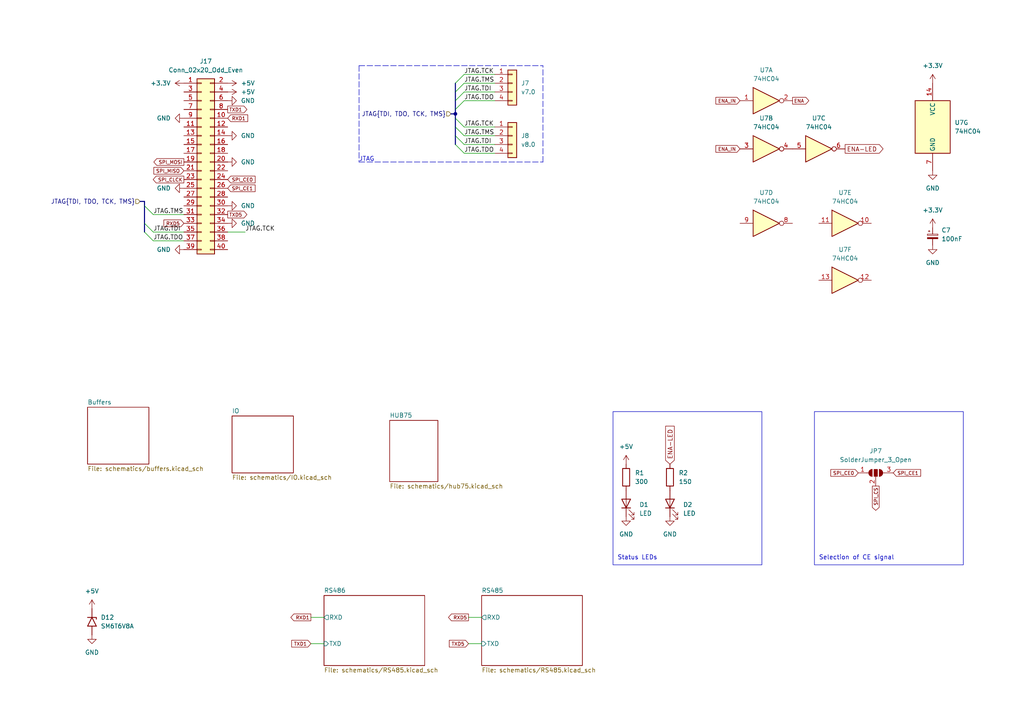
<source format=kicad_sch>
(kicad_sch (version 20230121) (generator eeschema)
  (paper "A4")
  (lib_symbols
    (symbol "74xx:74HC04"
      (property "Reference" "U" (at 0 1.27 0))
      (property "Value" "74HC04" (at 0 -1.27 0))
      (symbol "74HC04_1_0"
        (polyline (pts (xy -3.81 3.81) (xy -3.81 -3.81) (xy 3.81 0) (xy -3.81 3.81)) (stroke (width 0.254)) (fill (type background)))
        (pin input line (at -7.62 0 0) (length 3.81) (name "~") (number "1"))
        (pin output inverted (at 7.62 0 180) (length 3.81) (name "~") (number "2"))
      )
      (symbol "74HC04_2_0"
        (polyline (pts (xy -3.81 3.81) (xy -3.81 -3.81) (xy 3.81 0) (xy -3.81 3.81)) (stroke (width 0.254)) (fill (type background)))
        (pin input line (at -7.62 0 0) (length 3.81) (name "~") (number "3"))
        (pin output inverted (at 7.62 0 180) (length 3.81) (name "~") (number "4"))
      )
      (symbol "74HC04_3_0"
        (polyline (pts (xy -3.81 3.81) (xy -3.81 -3.81) (xy 3.81 0) (xy -3.81 3.81)) (stroke (width 0.254)) (fill (type background)))
        (pin input line (at -7.62 0 0) (length 3.81) (name "~") (number "5"))
        (pin output inverted (at 7.62 0 180) (length 3.81) (name "~") (number "6"))
      )
      (symbol "74HC04_4_0"
        (polyline (pts (xy -3.81 3.81) (xy -3.81 -3.81) (xy 3.81 0) (xy -3.81 3.81)) (stroke (width 0.254)) (fill (type background)))
        (pin output inverted (at 7.62 0 180) (length 3.81) (name "~") (number "8"))
        (pin input line (at -7.62 0 0) (length 3.81) (name "~") (number "9"))
      )
      (symbol "74HC04_5_0"
        (polyline (pts (xy -3.81 3.81) (xy -3.81 -3.81) (xy 3.81 0) (xy -3.81 3.81)) (stroke (width 0.254)) (fill (type background)))
        (pin output inverted (at 7.62 0 180) (length 3.81) (name "~") (number "10"))
        (pin input line (at -7.62 0 0) (length 3.81) (name "~") (number "11"))
      )
      (symbol "74HC04_6_0"
        (polyline (pts (xy -3.81 3.81) (xy -3.81 -3.81) (xy 3.81 0) (xy -3.81 3.81)) (stroke (width 0.254)) (fill (type background)))
        (pin output inverted (at 7.62 0 180) (length 3.81) (name "~") (number "12"))
        (pin input line (at -7.62 0 0) (length 3.81) (name "~") (number "13"))
      )
      (symbol "74HC04_7_0"
        (pin power_in line (at 0 12.7 270) (length 5.08) (name "VCC") (number "14"))
        (pin power_in line (at 0 -12.7 90) (length 5.08) (name "GND") (number "7"))
      )
      (symbol "74HC04_7_1"
        (rectangle (start -5.08 7.62) (end 5.08 -7.62) (stroke (width 0.254)) (fill (type background)))
      )
    )
    (symbol "Connector_Generic:Conn_01x04" (pin_names hide)
      (property "Reference" "J" (at 0 5.08 0))
      (property "Value" "Conn_01x04" (at 0 -7.62 0))
      (symbol "Conn_01x04_1_1"
        (rectangle (start -1.27 -4.953) (end 0 -5.207))
        (rectangle (start -1.27 -2.413) (end 0 -2.667))
        (rectangle (start -1.27 0.127) (end 0 -0.127))
        (rectangle (start -1.27 2.667) (end 0 2.413))
        (rectangle (start -1.27 3.81) (end 1.27 -6.35) (stroke (width 0.254)) (fill (type background)))
        (pin passive line (at -5.08 2.54 0) (length 3.81) (name "Pin_1") (number "1"))
        (pin passive line (at -5.08 0 0) (length 3.81) (name "Pin_2") (number "2"))
        (pin passive line (at -5.08 -2.54 0) (length 3.81) (name "Pin_3") (number "3"))
        (pin passive line (at -5.08 -5.08 0) (length 3.81) (name "Pin_4") (number "4"))
      )
    )
    (symbol "Connector_Generic:Conn_02x20_Odd_Even" (pin_names (offset 1.016) hide)
      (property "Reference" "J" (at 1.27 25.4 0))
      (property "Value" "Conn_02x20_Odd_Even" (at 1.27 -27.94 0))
      (symbol "Conn_02x20_Odd_Even_1_1"
        (rectangle (start -1.27 -25.273) (end 0 -25.527) (stroke (width 0.1524)))
        (rectangle (start -1.27 -22.733) (end 0 -22.987) (stroke (width 0.1524)))
        (rectangle (start -1.27 -20.193) (end 0 -20.447) (stroke (width 0.1524)))
        (rectangle (start -1.27 -17.653) (end 0 -17.907) (stroke (width 0.1524)))
        (rectangle (start -1.27 -15.113) (end 0 -15.367) (stroke (width 0.1524)))
        (rectangle (start -1.27 -12.573) (end 0 -12.827) (stroke (width 0.1524)))
        (rectangle (start -1.27 -10.033) (end 0 -10.287) (stroke (width 0.1524)))
        (rectangle (start -1.27 -7.493) (end 0 -7.747) (stroke (width 0.1524)))
        (rectangle (start -1.27 -4.953) (end 0 -5.207) (stroke (width 0.1524)))
        (rectangle (start -1.27 -2.413) (end 0 -2.667) (stroke (width 0.1524)))
        (rectangle (start -1.27 0.127) (end 0 -0.127) (stroke (width 0.1524)))
        (rectangle (start -1.27 2.667) (end 0 2.413) (stroke (width 0.1524)))
        (rectangle (start -1.27 5.207) (end 0 4.953) (stroke (width 0.1524)))
        (rectangle (start -1.27 7.747) (end 0 7.493) (stroke (width 0.1524)))
        (rectangle (start -1.27 10.287) (end 0 10.033) (stroke (width 0.1524)))
        (rectangle (start -1.27 12.827) (end 0 12.573) (stroke (width 0.1524)))
        (rectangle (start -1.27 15.367) (end 0 15.113) (stroke (width 0.1524)))
        (rectangle (start -1.27 17.907) (end 0 17.653) (stroke (width 0.1524)))
        (rectangle (start -1.27 20.447) (end 0 20.193) (stroke (width 0.1524)))
        (rectangle (start -1.27 22.987) (end 0 22.733) (stroke (width 0.1524)))
        (rectangle (start -1.27 24.13) (end 3.81 -26.67) (stroke (width 0.254)) (fill (type background)))
        (rectangle (start 3.81 -25.273) (end 2.54 -25.527) (stroke (width 0.1524)))
        (rectangle (start 3.81 -22.733) (end 2.54 -22.987) (stroke (width 0.1524)))
        (rectangle (start 3.81 -20.193) (end 2.54 -20.447) (stroke (width 0.1524)))
        (rectangle (start 3.81 -17.653) (end 2.54 -17.907) (stroke (width 0.1524)))
        (rectangle (start 3.81 -15.113) (end 2.54 -15.367) (stroke (width 0.1524)))
        (rectangle (start 3.81 -12.573) (end 2.54 -12.827) (stroke (width 0.1524)))
        (rectangle (start 3.81 -10.033) (end 2.54 -10.287) (stroke (width 0.1524)))
        (rectangle (start 3.81 -7.493) (end 2.54 -7.747) (stroke (width 0.1524)))
        (rectangle (start 3.81 -4.953) (end 2.54 -5.207) (stroke (width 0.1524)))
        (rectangle (start 3.81 -2.413) (end 2.54 -2.667) (stroke (width 0.1524)))
        (rectangle (start 3.81 0.127) (end 2.54 -0.127) (stroke (width 0.1524)))
        (rectangle (start 3.81 2.667) (end 2.54 2.413) (stroke (width 0.1524)))
        (rectangle (start 3.81 5.207) (end 2.54 4.953) (stroke (width 0.1524)))
        (rectangle (start 3.81 7.747) (end 2.54 7.493) (stroke (width 0.1524)))
        (rectangle (start 3.81 10.287) (end 2.54 10.033) (stroke (width 0.1524)))
        (rectangle (start 3.81 12.827) (end 2.54 12.573) (stroke (width 0.1524)))
        (rectangle (start 3.81 15.367) (end 2.54 15.113) (stroke (width 0.1524)))
        (rectangle (start 3.81 17.907) (end 2.54 17.653) (stroke (width 0.1524)))
        (rectangle (start 3.81 20.447) (end 2.54 20.193) (stroke (width 0.1524)))
        (rectangle (start 3.81 22.987) (end 2.54 22.733) (stroke (width 0.1524)))
        (pin passive line (at -5.08 22.86 0) (length 3.81) (name "Pin_1") (number "1"))
        (pin passive line (at 7.62 12.7 180) (length 3.81) (name "Pin_10") (number "10"))
        (pin passive line (at -5.08 10.16 0) (length 3.81) (name "Pin_11") (number "11"))
        (pin passive line (at 7.62 10.16 180) (length 3.81) (name "Pin_12") (number "12"))
        (pin passive line (at -5.08 7.62 0) (length 3.81) (name "Pin_13") (number "13"))
        (pin passive line (at 7.62 7.62 180) (length 3.81) (name "Pin_14") (number "14"))
        (pin passive line (at -5.08 5.08 0) (length 3.81) (name "Pin_15") (number "15"))
        (pin passive line (at 7.62 5.08 180) (length 3.81) (name "Pin_16") (number "16"))
        (pin passive line (at -5.08 2.54 0) (length 3.81) (name "Pin_17") (number "17"))
        (pin passive line (at 7.62 2.54 180) (length 3.81) (name "Pin_18") (number "18"))
        (pin passive line (at -5.08 0 0) (length 3.81) (name "Pin_19") (number "19"))
        (pin passive line (at 7.62 22.86 180) (length 3.81) (name "Pin_2") (number "2"))
        (pin passive line (at 7.62 0 180) (length 3.81) (name "Pin_20") (number "20"))
        (pin passive line (at -5.08 -2.54 0) (length 3.81) (name "Pin_21") (number "21"))
        (pin passive line (at 7.62 -2.54 180) (length 3.81) (name "Pin_22") (number "22"))
        (pin passive line (at -5.08 -5.08 0) (length 3.81) (name "Pin_23") (number "23"))
        (pin passive line (at 7.62 -5.08 180) (length 3.81) (name "Pin_24") (number "24"))
        (pin passive line (at -5.08 -7.62 0) (length 3.81) (name "Pin_25") (number "25"))
        (pin passive line (at 7.62 -7.62 180) (length 3.81) (name "Pin_26") (number "26"))
        (pin passive line (at -5.08 -10.16 0) (length 3.81) (name "Pin_27") (number "27"))
        (pin passive line (at 7.62 -10.16 180) (length 3.81) (name "Pin_28") (number "28"))
        (pin passive line (at -5.08 -12.7 0) (length 3.81) (name "Pin_29") (number "29"))
        (pin passive line (at -5.08 20.32 0) (length 3.81) (name "Pin_3") (number "3"))
        (pin passive line (at 7.62 -12.7 180) (length 3.81) (name "Pin_30") (number "30"))
        (pin passive line (at -5.08 -15.24 0) (length 3.81) (name "Pin_31") (number "31"))
        (pin passive line (at 7.62 -15.24 180) (length 3.81) (name "Pin_32") (number "32"))
        (pin passive line (at -5.08 -17.78 0) (length 3.81) (name "Pin_33") (number "33"))
        (pin passive line (at 7.62 -17.78 180) (length 3.81) (name "Pin_34") (number "34"))
        (pin passive line (at -5.08 -20.32 0) (length 3.81) (name "Pin_35") (number "35"))
        (pin passive line (at 7.62 -20.32 180) (length 3.81) (name "Pin_36") (number "36"))
        (pin passive line (at -5.08 -22.86 0) (length 3.81) (name "Pin_37") (number "37"))
        (pin passive line (at 7.62 -22.86 180) (length 3.81) (name "Pin_38") (number "38"))
        (pin passive line (at -5.08 -25.4 0) (length 3.81) (name "Pin_39") (number "39"))
        (pin passive line (at 7.62 20.32 180) (length 3.81) (name "Pin_4") (number "4"))
        (pin passive line (at 7.62 -25.4 180) (length 3.81) (name "Pin_40") (number "40"))
        (pin passive line (at -5.08 17.78 0) (length 3.81) (name "Pin_5") (number "5"))
        (pin passive line (at 7.62 17.78 180) (length 3.81) (name "Pin_6") (number "6"))
        (pin passive line (at -5.08 15.24 0) (length 3.81) (name "Pin_7") (number "7"))
        (pin passive line (at 7.62 15.24 180) (length 3.81) (name "Pin_8") (number "8"))
        (pin passive line (at -5.08 12.7 0) (length 3.81) (name "Pin_9") (number "9"))
      )
    )
    (symbol "Device:C_Polarized_Small" (pin_numbers hide) (pin_names (offset 0.254) hide)
      (property "Reference" "C" (at 0.254 1.778 0))
      (property "Value" "C_Polarized_Small" (at 0.254 -2.032 0))
      (symbol "C_Polarized_Small_0_1"
        (rectangle (start -1.524 -0.3048) (end 1.524 -0.6858) (fill (type outline)))
        (rectangle (start -1.524 0.6858) (end 1.524 0.3048))
        (polyline (pts (xy -1.27 1.524) (xy -0.762 1.524)))
        (polyline (pts (xy -1.016 1.27) (xy -1.016 1.778)))
      )
      (symbol "C_Polarized_Small_1_1"
        (pin passive line (at 0 2.54 270) (length 1.8542) (name "~") (number "1"))
        (pin passive line (at 0 -2.54 90) (length 1.8542) (name "~") (number "2"))
      )
    )
    (symbol "Device:LED" (pin_numbers hide) (pin_names (offset 1.016) hide)
      (property "Reference" "D" (at 0 2.54 0))
      (property "Value" "LED" (at 0 -2.54 0))
      (symbol "LED_0_1"
        (polyline (pts (xy -1.27 -1.27) (xy -1.27 1.27)) (stroke (width 0.254)))
        (polyline (pts (xy -1.27 0) (xy 1.27 0)))
        (polyline (pts (xy 1.27 -1.27) (xy 1.27 1.27) (xy -1.27 0) (xy 1.27 -1.27)) (stroke (width 0.254)))
        (polyline (pts (xy -3.048 -0.762) (xy -4.572 -2.286) (xy -3.81 -2.286) (xy -4.572 -2.286) (xy -4.572 -1.524)))
        (polyline (pts (xy -1.778 -0.762) (xy -3.302 -2.286) (xy -2.54 -2.286) (xy -3.302 -2.286) (xy -3.302 -1.524)))
      )
      (symbol "LED_1_1"
        (pin passive line (at -3.81 0 0) (length 2.54) (name "K") (number "1"))
        (pin passive line (at 3.81 0 180) (length 2.54) (name "A") (number "2"))
      )
    )
    (symbol "Device:R" (pin_numbers hide) (pin_names (offset 0))
      (property "Reference" "R" (at 2.032 0 90))
      (property "Value" "R" (at 0 0 90))
      (symbol "R_0_1"
        (rectangle (start -1.016 -2.54) (end 1.016 2.54) (stroke (width 0.254)))
      )
      (symbol "R_1_1"
        (pin passive line (at 0 3.81 270) (length 1.27) (name "~") (number "1"))
        (pin passive line (at 0 -3.81 90) (length 1.27) (name "~") (number "2"))
      )
    )
    (symbol "Diode:SM6T6V8A" (pin_numbers hide) (pin_names (offset 1.016) hide)
      (property "Reference" "D" (at 0 2.54 0))
      (property "Value" "SM6T6V8A" (at 0 -2.54 0))
      (symbol "SM6T6V8A_0_1"
        (polyline (pts (xy -0.762 1.27) (xy -1.27 1.27) (xy -1.27 -1.27)) (stroke (width 0.254)))
        (polyline (pts (xy 1.27 1.27) (xy 1.27 -1.27) (xy -1.27 0) (xy 1.27 1.27)) (stroke (width 0.254)))
      )
      (symbol "SM6T6V8A_1_1"
        (pin passive line (at -3.81 0 0) (length 2.54) (name "A1") (number "1"))
        (pin passive line (at 3.81 0 180) (length 2.54) (name "A2") (number "2"))
      )
    )
    (symbol "Jumper:SolderJumper_3_Open" (pin_names (offset 0) hide)
      (property "Reference" "JP" (at -2.54 -2.54 0))
      (property "Value" "SolderJumper_3_Open" (at 0 2.794 0))
      (symbol "SolderJumper_3_Open_0_1"
        (arc (start -1.016 1.016) (mid -2.0276 0) (end -1.016 -1.016))
        (arc (start -1.016 1.016) (mid -2.0276 0) (end -1.016 -1.016) (fill (type outline)))
        (rectangle (start -0.508 1.016) (end 0.508 -1.016) (fill (type outline)))
        (polyline (pts (xy -2.54 0) (xy -2.032 0)))
        (polyline (pts (xy -1.016 1.016) (xy -1.016 -1.016)))
        (polyline (pts (xy 0 -1.27) (xy 0 -1.016)))
        (polyline (pts (xy 1.016 1.016) (xy 1.016 -1.016)))
        (polyline (pts (xy 2.54 0) (xy 2.032 0)))
        (arc (start 1.016 -1.016) (mid 2.0276 0) (end 1.016 1.016))
        (arc (start 1.016 -1.016) (mid 2.0276 0) (end 1.016 1.016) (fill (type outline)))
      )
      (symbol "SolderJumper_3_Open_1_1"
        (pin passive line (at -5.08 0 0) (length 2.54) (name "A") (number "1"))
        (pin passive line (at 0 -3.81 90) (length 2.54) (name "C") (number "2"))
        (pin passive line (at 5.08 0 180) (length 2.54) (name "B") (number "3"))
      )
    )
    (symbol "power:+3.3V" (power) (pin_names (offset 0))
      (property "Value" "+3.3V" (at 0 3.556 0))
      (symbol "+3.3V_0_1"
        (polyline (pts (xy -0.762 1.27) (xy 0 2.54)))
        (polyline (pts (xy 0 0) (xy 0 2.54)))
        (polyline (pts (xy 0 2.54) (xy 0.762 1.27)))
      )
      (symbol "+3.3V_1_1"
        (pin power_in line (at 0 0 90) (length 0) hide (name "+3.3V") (number "1"))
      )
    )
    (symbol "power:+5V" (power) (pin_names (offset 0))
      (property "Value" "+5V" (at 0 3.556 0))
      (symbol "+5V_0_1"
        (polyline (pts (xy -0.762 1.27) (xy 0 2.54)))
        (polyline (pts (xy 0 0) (xy 0 2.54)))
        (polyline (pts (xy 0 2.54) (xy 0.762 1.27)))
      )
      (symbol "+5V_1_1"
        (pin power_in line (at 0 0 90) (length 0) hide (name "+5V") (number "1"))
      )
    )
    (symbol "power:GND" (power) (pin_names (offset 0))
      (property "Value" "GND" (at 0 -3.81 0))
      (symbol "GND_0_1"
        (polyline (pts (xy 0 0) (xy 0 -1.27) (xy 1.27 -1.27) (xy 0 -2.54) (xy -1.27 -1.27) (xy 0 -1.27)))
      )
      (symbol "GND_1_1"
        (pin power_in line (at 0 0 270) (length 0) hide (name "GND") (number "1"))
      )
    )
  )
  (junction (at 132.08 33.02))
  (bus_entry (at 132.08 41.91) (size 2.54 2.54))
  (bus_entry (at 132.08 26.67) (size 2.54 -2.54))
  (bus_entry (at 132.08 31.75) (size 2.54 -2.54))
  (bus_entry (at 41.91 67.31) (size 2.54 2.54))
  (bus_entry (at 132.08 29.21) (size 2.54 -2.54))
  (bus_entry (at 132.08 39.37) (size 2.54 2.54))
  (bus_entry (at 132.08 34.29) (size 2.54 2.54))
  (bus_entry (at 41.91 59.69) (size 2.54 2.54))
  (bus_entry (at 132.08 24.13) (size 2.54 -2.54))
  (bus_entry (at 41.91 64.77) (size 2.54 2.54))
  (bus_entry (at 132.08 36.83) (size 2.54 2.54))
  (polyline (pts (xy 104.14 19.05) (xy 157.48 19.05)) (stroke (width 0) (type dash)))
  (wire (pts (xy 134.62 44.45) (xy 143.51 44.45)))
  (wire (pts (xy 90.17 186.69) (xy 93.98 186.69)))
  (wire (pts (xy 134.62 36.83) (xy 143.51 36.83)))
  (wire (pts (xy 90.17 179.07) (xy 93.98 179.07)))
  (bus (pts (xy 132.08 31.75) (xy 132.08 33.02)))
  (bus (pts (xy 132.08 24.13) (xy 132.08 26.67)))
  (wire (pts (xy 44.45 67.31) (xy 53.34 67.31)))
  (polyline (pts (xy 104.14 46.99) (xy 157.48 46.99)) (stroke (width 0) (type dash)))
  (bus (pts (xy 132.08 26.67) (xy 132.08 29.21)))
  (wire (pts (xy 135.89 179.07) (xy 139.7 179.07)))
  (wire (pts (xy 66.04 67.31) (xy 71.12 67.31)))
  (wire (pts (xy 134.62 26.67) (xy 143.51 26.67)))
  (bus (pts (xy 41.91 58.42) (xy 41.91 59.69)))
  (wire (pts (xy 135.89 186.69) (xy 139.7 186.69)))
  (wire (pts (xy 134.62 39.37) (xy 143.51 39.37)))
  (bus (pts (xy 40.64 58.42) (xy 41.91 58.42)))
  (wire (pts (xy 134.62 29.21) (xy 143.51 29.21)))
  (bus (pts (xy 132.08 33.02) (xy 132.08 34.29)))
  (bus (pts (xy 132.08 39.37) (xy 132.08 41.91)))
  (wire (pts (xy 44.45 62.23) (xy 53.34 62.23)))
  (bus (pts (xy 132.08 31.75) (xy 132.08 29.21)))
  (bus (pts (xy 130.81 33.02) (xy 132.08 33.02)))
  (wire (pts (xy 44.45 69.85) (xy 53.34 69.85)))
  (wire (pts (xy 134.62 41.91) (xy 143.51 41.91)))
  (polyline (pts (xy 157.48 46.99) (xy 157.48 19.05)) (stroke (width 0) (type dash)))
  (bus (pts (xy 132.08 36.83) (xy 132.08 39.37)))
  (bus (pts (xy 132.08 34.29) (xy 132.08 36.83)))
  (bus (pts (xy 41.91 59.69) (xy 41.91 64.77)))
  (wire (pts (xy 134.62 24.13) (xy 143.51 24.13)))
  (polyline (pts (xy 104.14 19.05) (xy 104.14 46.99)) (stroke (width 0) (type dash)))
  (wire (pts (xy 134.62 21.59) (xy 143.51 21.59)))
  (bus (pts (xy 41.91 64.77) (xy 41.91 67.31)))
  (rectangle (start 236.22 119.38) (end 279.4 163.83))
  (rectangle (start 177.8 119.38) (end 220.98 163.83))
  (text "Status LEDs" (at 179.07 162.56 0) (effects (font (size 1.27 1.27)) (justify left bottom)))
  (text "Selection of CE signal" (at 237.49 162.56 0) (effects (font (size 1.27 1.27)) (justify left bottom)))
  (text "JTAG" (at 104.14 46.99 0) (effects (font (size 1.27 1.27)) (justify left bottom)))
  (label "JTAG.TCK" (at 71.12 67.31 0))
  (label "JTAG.TDO" (at 134.62 29.21 0))
  (label "JTAG.TMS" (at 134.62 39.37 0))
  (label "JTAG.TDI" (at 134.62 41.91 0))
  (label "JTAG.TDI" (at 134.62 26.67 0))
  (label "JTAG.TCK" (at 134.62 36.83 0))
  (label "JTAG.TMS" (at 134.62 24.13 0))
  (label "JTAG.TMS" (at 44.45 62.23 0))
  (label "JTAG.TCK" (at 134.62 21.59 0))
  (label "JTAG.TDO" (at 134.62 44.45 0))
  (label "JTAG.TDO" (at 44.45 69.85 0))
  (label "JTAG.TDI" (at 44.45 67.31 0))
  (global_label "ENA-LED" (shape input) (at 194.31 134.62 90) (property "Intersheetrefs" "${INTERSHEET_REFS}" (effects hide)))
  (global_label "SPI_CE1" (shape input) (at 66.04 54.61 0) (effects (font (size 1 1))) (property "Intersheetrefs" "${INTERSHEET_REFS}" (effects hide)))
  (global_label "SPI_CE0" (shape input) (at 248.92 137.16 180) (effects (font (size 1 1))) (property "Intersheetrefs" "${INTERSHEET_REFS}" (effects hide)))
  (global_label "ENA-LED" (shape output) (at 245.11 43.18 0) (property "Intersheetrefs" "${INTERSHEET_REFS}" (effects hide)))
  (global_label "RXD5" (shape input) (at 53.34 64.77 180) (effects (font (size 1 1))) (property "Intersheetrefs" "${INTERSHEET_REFS}" (effects hide)))
  (global_label "SPI_MISO" (shape input) (at 53.34 49.53 180) (effects (font (size 1 1))) (property "Intersheetrefs" "${INTERSHEET_REFS}" (effects hide)))
  (global_label "SPI_MOSI" (shape output) (at 53.34 46.99 180) (effects (font (size 1 1))) (property "Intersheetrefs" "${INTERSHEET_REFS}" (effects hide)))
  (global_label "SPI_CLCK" (shape output) (at 53.34 52.07 180) (effects (font (size 1 1))) (property "Intersheetrefs" "${INTERSHEET_REFS}" (effects hide)))
  (global_label "TXD5" (shape input) (at 135.89 186.69 180) (effects (font (size 1 1))) (property "Intersheetrefs" "${INTERSHEET_REFS}" (effects hide)))
  (global_label "TXD1" (shape input) (at 90.17 186.69 180) (effects (font (size 1 1))) (property "Intersheetrefs" "${INTERSHEET_REFS}" (effects hide)))
  (global_label "ENA_IN" (shape input) (at 214.63 29.21 180) (effects (font (size 1 1))) (property "Intersheetrefs" "${INTERSHEET_REFS}" (effects hide)))
  (global_label "SPI_CE1" (shape input) (at 259.08 137.16 0) (effects (font (size 1 1))) (property "Intersheetrefs" "${INTERSHEET_REFS}" (effects hide)))
  (global_label "RXD1" (shape output) (at 90.17 179.07 180) (effects (font (size 1 1))) (property "Intersheetrefs" "${INTERSHEET_REFS}" (effects hide)))
  (global_label "SPI_CS" (shape output) (at 254 140.97 270) (effects (font (size 1 1))) (property "Intersheetrefs" "${INTERSHEET_REFS}" (effects hide)))
  (global_label "TXD1" (shape output) (at 66.04 31.75 0) (effects (font (size 1 1))) (property "Intersheetrefs" "${INTERSHEET_REFS}" (effects hide)))
  (global_label "RXD1" (shape input) (at 66.04 34.29 0) (effects (font (size 1 1))) (property "Intersheetrefs" "${INTERSHEET_REFS}" (effects hide)))
  (global_label "RXD5" (shape output) (at 135.89 179.07 180) (effects (font (size 1 1))) (property "Intersheetrefs" "${INTERSHEET_REFS}" (effects hide)))
  (global_label "TXD5" (shape output) (at 66.04 62.23 0) (effects (font (size 1 1))) (property "Intersheetrefs" "${INTERSHEET_REFS}" (effects hide)))
  (global_label "ENA" (shape output) (at 229.87 29.21 0) (effects (font (size 1 1))) (property "Intersheetrefs" "${INTERSHEET_REFS}" (effects hide)))
  (global_label "ENA_IN" (shape input) (at 214.63 43.18 180) (effects (font (size 1 1))) (property "Intersheetrefs" "${INTERSHEET_REFS}" (effects hide)))
  (global_label "SPI_CE0" (shape input) (at 66.04 52.07 0) (effects (font (size 1 1))) (property "Intersheetrefs" "${INTERSHEET_REFS}" (effects hide)))
  (hierarchical_label "JTAG{TDI, TDO, TCK, TMS}" (shape input) (at 40.64 58.42 180))
  (hierarchical_label "JTAG{TDI, TDO, TCK, TMS}" (shape input) (at 130.81 33.02 180))
  (symbol (lib_id "power:+3.3V") (at 270.51 24.13 0) (unit 1)
    (property "Reference" "#PWR050" (effects hide))
    (property "Value" "+3.3V" (at 270.51 19.05 0))
  )
  (symbol (lib_id "74xx:74HC04") (at 245.11 64.77 0) (unit 5)
    (property "Reference" "U7" (at 245.11 55.88 0))
    (property "Value" "74HC04" (at 245.11 58.42 0))
    (property "Footprint" "Package_SO:SOIC-14_3.9x8.7mm_P1.27mm" (effects hide))
    (property "Datasheet" "https://assets.nexperia.com/documents/data-sheet/74HC_HCT04.pdf" (effects hide))
  )
  (symbol (lib_id "power:GND") (at 53.34 72.39 270) (unit 1)
    (property "Reference" "#PWR062" (effects hide))
    (property "Value" "GND" (at 49.53 72.39 90) (effects (justify right)))
  )
  (symbol (lib_id "74xx:74HC04") (at 222.25 64.77 0) (unit 4)
    (property "Reference" "U7" (at 222.25 55.88 0))
    (property "Value" "74HC04" (at 222.25 58.42 0))
    (property "Footprint" "Package_SO:SOIC-14_3.9x8.7mm_P1.27mm" (effects hide))
    (property "Datasheet" "https://assets.nexperia.com/documents/data-sheet/74HC_HCT04.pdf" (effects hide))
  )
  (symbol (lib_id "74xx:74HC04") (at 245.11 81.28 0) (unit 6)
    (property "Reference" "U7" (at 245.11 72.39 0))
    (property "Value" "74HC04" (at 245.11 74.93 0))
    (property "Footprint" "Package_SO:SOIC-14_3.9x8.7mm_P1.27mm" (effects hide))
    (property "Datasheet" "https://assets.nexperia.com/documents/data-sheet/74HC_HCT04.pdf" (effects hide))
  )
  (symbol (lib_id "Device:LED") (at 181.61 146.05 90) (unit 1)
    (property "Reference" "D1" (at 185.42 146.3675 90) (effects (justify right)))
    (property "Value" "LED" (at 185.42 148.9075 90) (effects (justify right)))
    (property "Footprint" "LED_SMD:LED_1206_3216Metric_Pad1.42x1.75mm_HandSolder" (effects hide))
  )
  (symbol (lib_id "Device:R") (at 194.31 138.43 0) (unit 1)
    (property "Reference" "R2" (at 196.85 137.16 0) (effects (justify left)))
    (property "Value" "150" (at 196.85 139.7 0) (effects (justify left)))
    (property "Footprint" "Resistor_SMD:R_0805_2012Metric_Pad1.20x1.40mm_HandSolder" (effects hide))
    (property "LCSC" "C17471" (effects hide))
  )
  (symbol (lib_id "power:+5V") (at 181.61 134.62 0) (unit 1)
    (property "Reference" "#PWR065" (effects hide))
    (property "Value" "+5V" (at 181.61 129.54 0))
  )
  (symbol (lib_id "74xx:74HC04") (at 270.51 36.83 0) (unit 7)
    (property "Reference" "U7" (at 276.86 35.56 0) (effects (justify left)))
    (property "Value" "74HC04" (at 276.86 38.1 0) (effects (justify left)))
    (property "Footprint" "Package_SO:SOIC-14_3.9x8.7mm_P1.27mm" (effects hide))
    (property "Datasheet" "https://assets.nexperia.com/documents/data-sheet/74HC_HCT04.pdf" (effects hide))
  )
  (symbol (lib_id "Connector_Generic:Conn_01x04") (at 148.59 24.13 0) (unit 1)
    (property "Reference" "J7" (at 151.13 24.1299 0) (effects (justify left)))
    (property "Value" "v7.0" (at 151.13 26.6699 0) (effects (justify left)))
    (property "Footprint" "Connector_PinHeader_2.54mm:PinHeader_1x04_P2.54mm_Vertical" (effects hide))
  )
  (symbol (lib_id "power:GND") (at 26.67 184.15 0) (unit 1)
    (property "Reference" "#PWR0106" (effects hide))
    (property "Value" "GND" (at 26.67 189.23 0))
  )
  (symbol (lib_id "Jumper:SolderJumper_3_Open") (at 254 137.16 0) (unit 1)
    (property "Reference" "JP7" (at 254 130.81 0))
    (property "Value" "SolderJumper_3_Open" (at 254 133.35 0))
    (property "Footprint" "Jumper:SolderJumper-3_P2.0mm_Open_TrianglePad1.0x1.5mm" (effects hide))
  )
  (symbol (lib_id "power:GND") (at 270.51 49.53 0) (unit 1)
    (property "Reference" "#PWR0102" (effects hide))
    (property "Value" "GND" (at 270.51 54.61 0))
  )
  (symbol (lib_id "power:+5V") (at 26.67 176.53 0) (unit 1)
    (property "Reference" "#PWR0107" (effects hide))
    (property "Value" "+5V" (at 26.67 171.45 0))
  )
  (symbol (lib_id "74xx:74HC04") (at 237.49 43.18 0) (unit 3)
    (property "Reference" "U7" (at 237.49 34.29 0))
    (property "Value" "74HC04" (at 237.49 36.83 0))
    (property "Footprint" "Package_SO:SOIC-14_3.9x8.7mm_P1.27mm" (effects hide))
    (property "Datasheet" "https://assets.nexperia.com/documents/data-sheet/74HC_HCT04.pdf" (effects hide))
  )
  (symbol (lib_id "Connector_Generic:Conn_01x04") (at 148.59 39.37 0) (unit 1)
    (property "Reference" "J8" (at 151.13 39.3699 0) (effects (justify left)))
    (property "Value" "v8.0" (at 151.13 41.9099 0) (effects (justify left)))
    (property "Footprint" "Connector_PinHeader_2.54mm:PinHeader_1x04_P2.54mm_Vertical" (effects hide))
  )
  (symbol (lib_id "Device:C_Polarized_Small") (at 270.51 68.58 0) (unit 1)
    (property "Reference" "C7" (at 273.05 66.7639 0) (effects (justify left)))
    (property "Value" "100nF" (at 273.05 69.3039 0) (effects (justify left)))
    (property "Footprint" "Capacitor_SMD:C_1206_3216Metric_Pad1.33x1.80mm_HandSolder" (effects hide))
    (property "LCSC" "C24497" (effects hide))
  )
  (symbol (lib_id "Device:R") (at 181.61 138.43 0) (unit 1)
    (property "Reference" "R1" (at 184.15 137.16 0) (effects (justify left)))
    (property "Value" "300" (at 184.15 139.7 0) (effects (justify left)))
    (property "Footprint" "Resistor_SMD:R_0805_2012Metric_Pad1.20x1.40mm_HandSolder" (effects hide))
    (property "LCSC" "C17617" (effects hide))
  )
  (symbol (lib_id "power:+5V") (at 66.04 24.13 270) (unit 1)
    (property "Reference" "#PWR055" (effects hide))
    (property "Value" "+5V" (at 69.85 24.13 90) (effects (justify left)))
  )
  (symbol (lib_id "power:GND") (at 53.34 34.29 270) (unit 1)
    (property "Reference" "#PWR064" (effects hide))
    (property "Value" "GND" (at 49.53 34.29 90) (effects (justify right)))
  )
  (symbol (lib_id "power:GND") (at 66.04 46.99 90) (unit 1)
    (property "Reference" "#PWR059" (effects hide))
    (property "Value" "GND" (at 69.85 46.99 90) (effects (justify right)))
  )
  (symbol (lib_id "Diode:SM6T6V8A") (at 26.67 180.34 270) (unit 1)
    (property "Reference" "D12" (at 29.21 179.07 90) (effects (justify left)))
    (property "Value" "SM6T6V8A" (at 29.21 181.61 90) (effects (justify left)))
    (property "Footprint" "Diode_SMD:D_SMB" (effects hide))
    (property "Datasheet" "https://www.st.com/resource/en/datasheet/sm6t.pdf" (effects hide))
  )
  (symbol (lib_id "Connector_Generic:Conn_02x20_Odd_Even") (at 58.42 46.99 0) (unit 1)
    (property "Reference" "J17" (at 59.69 17.78 0))
    (property "Value" "Conn_02x20_Odd_Even" (at 59.69 20.32 0))
    (property "Footprint" "Connector_PinHeader_2.54mm:PinHeader_2x20_P2.54mm_Vertical" (effects hide))
  )
  (symbol (lib_id "power:GND") (at 66.04 59.69 90) (unit 1)
    (property "Reference" "#PWR060" (effects hide))
    (property "Value" "GND" (at 69.85 59.69 90) (effects (justify right)))
  )
  (symbol (lib_id "Device:LED") (at 194.31 146.05 90) (unit 1)
    (property "Reference" "D2" (at 198.12 146.3675 90) (effects (justify right)))
    (property "Value" "LED" (at 198.12 148.9075 90) (effects (justify right)))
    (property "Footprint" "LED_SMD:LED_1206_3216Metric_Pad1.42x1.75mm_HandSolder" (effects hide))
  )
  (symbol (lib_id "power:+3.3V") (at 53.34 24.13 90) (unit 1)
    (property "Reference" "#PWR054" (effects hide))
    (property "Value" "+3.3V" (at 49.53 24.13 90) (effects (justify left)))
  )
  (symbol (lib_id "power:GND") (at 194.31 149.86 0) (unit 1)
    (property "Reference" "#PWR067" (effects hide))
    (property "Value" "GND" (at 194.31 154.94 0))
  )
  (symbol (lib_id "power:GND") (at 181.61 149.86 0) (unit 1)
    (property "Reference" "#PWR066" (effects hide))
    (property "Value" "GND" (at 181.61 154.94 0))
  )
  (symbol (lib_id "74xx:74HC04") (at 222.25 29.21 0) (unit 1)
    (property "Reference" "U7" (at 222.25 20.32 0))
    (property "Value" "74HC04" (at 222.25 22.86 0))
    (property "Footprint" "Package_SO:SOIC-14_3.9x8.7mm_P1.27mm" (effects hide))
    (property "Datasheet" "https://assets.nexperia.com/documents/data-sheet/74HC_HCT04.pdf" (effects hide))
  )
  (symbol (lib_id "power:GND") (at 66.04 29.21 90) (unit 1)
    (property "Reference" "#PWR057" (effects hide))
    (property "Value" "GND" (at 69.85 29.21 90) (effects (justify right)))
  )
  (symbol (lib_id "74xx:74HC04") (at 222.25 43.18 0) (unit 2)
    (property "Reference" "U7" (at 222.25 34.29 0))
    (property "Value" "74HC04" (at 222.25 36.83 0))
    (property "Footprint" "Package_SO:SOIC-14_3.9x8.7mm_P1.27mm" (effects hide))
    (property "Datasheet" "https://assets.nexperia.com/documents/data-sheet/74HC_HCT04.pdf" (effects hide))
  )
  (symbol (lib_id "power:GND") (at 66.04 64.77 90) (unit 1)
    (property "Reference" "#PWR061" (effects hide))
    (property "Value" "GND" (at 69.85 64.77 90) (effects (justify right)))
  )
  (symbol (lib_id "power:GND") (at 53.34 54.61 270) (unit 1)
    (property "Reference" "#PWR063" (effects hide))
    (property "Value" "GND" (at 49.53 54.61 90) (effects (justify right)))
  )
  (symbol (lib_id "power:+5V") (at 66.04 26.67 270) (unit 1)
    (property "Reference" "#PWR056" (effects hide))
    (property "Value" "+5V" (at 69.85 26.67 90) (effects (justify left)))
  )
  (symbol (lib_id "power:GND") (at 66.04 39.37 90) (unit 1)
    (property "Reference" "#PWR058" (effects hide))
    (property "Value" "GND" (at 69.85 39.37 90) (effects (justify right)))
  )
  (symbol (lib_id "power:+3.3V") (at 270.51 66.04 0) (unit 1)
    (property "Reference" "#PWR0103" (effects hide))
    (property "Value" "+3.3V" (at 270.51 60.96 0))
  )
  (symbol (lib_id "power:GND") (at 270.51 71.12 0) (unit 1)
    (property "Reference" "#PWR0104" (effects hide))
    (property "Value" "GND" (at 270.51 76.2 0))
  )
  (sheet (at 67.31 120.65) (size 17.78 16.51) (stroke (width 0.1524))
    (property "Sheetname" "IO" (at 67.31 119.9384 0) (effects (justify left bottom)))
    (property "Sheetfile" "schematics/IO.kicad_sch" (at 67.31 137.7446 0) (effects (justify left top)))
  )
  (sheet (at 139.7 172.72) (size 29.21 20.32) (stroke (width 0.1524))
    (property "Sheetname" "RS485" (at 139.7 172.0084 0) (effects (justify left bottom)))
    (property "Sheetfile" "schematics/RS485.kicad_sch" (at 139.7 193.6246 0) (effects (justify left top)))
    (pin "TXD" input (at 139.7 186.69 180))
    (pin "RXD" output (at 139.7 179.07 180))
  )
  (sheet (at 93.98 172.72) (size 29.21 20.32) (stroke (width 0.1524))
    (property "Sheetname" "RS486" (at 93.98 172.0084 0) (effects (justify left bottom)))
    (property "Sheetfile" "schematics/RS485.kicad_sch" (at 93.98 193.6246 0) (effects (justify left top)))
    (pin "TXD" input (at 93.98 186.69 180))
    (pin "RXD" output (at 93.98 179.07 180))
  )
  (sheet (at 113.03 121.92) (size 13.97 17.78) (stroke (width 0.1524))
    (property "Sheetname" "HUB75" (at 113.03 121.2084 0) (effects (justify left bottom)))
    (property "Sheetfile" "schematics/hub75.kicad_sch" (at 113.03 140.2846 0) (effects (justify left top)))
  )
  (sheet (at 25.4 118.11) (size 17.78 16.51) (stroke (width 0.1524))
    (property "Sheetname" "Buffers" (at 25.4 117.3984 0) (effects (justify left bottom)))
    (property "Sheetfile" "schematics/buffers.kicad_sch" (at 25.4 135.2046 0) (effects (justify left top)))
  )
)
</source>
